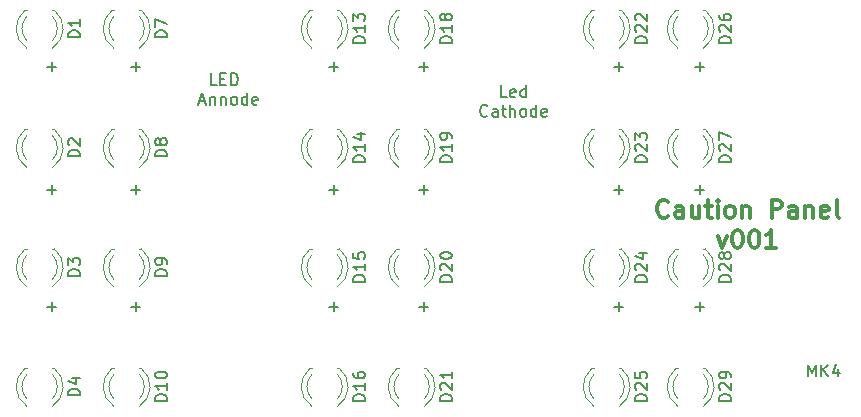
<source format=gbr>
G04 #@! TF.GenerationSoftware,KiCad,Pcbnew,(5.1.5-0-10_14)*
G04 #@! TF.CreationDate,2020-06-21T14:20:04+10:00*
G04 #@! TF.ProjectId,Caution_Light_Panel,43617574-696f-46e5-9f4c-696768745f50,rev?*
G04 #@! TF.SameCoordinates,Original*
G04 #@! TF.FileFunction,Legend,Top*
G04 #@! TF.FilePolarity,Positive*
%FSLAX46Y46*%
G04 Gerber Fmt 4.6, Leading zero omitted, Abs format (unit mm)*
G04 Created by KiCad (PCBNEW (5.1.5-0-10_14)) date 2020-06-21 14:20:04*
%MOMM*%
%LPD*%
G04 APERTURE LIST*
%ADD10C,0.150000*%
%ADD11C,0.300000*%
%ADD12C,0.120000*%
G04 APERTURE END LIST*
D10*
X159194571Y-80653380D02*
X158718380Y-80653380D01*
X158718380Y-79653380D01*
X159908857Y-80605761D02*
X159813619Y-80653380D01*
X159623142Y-80653380D01*
X159527904Y-80605761D01*
X159480285Y-80510523D01*
X159480285Y-80129571D01*
X159527904Y-80034333D01*
X159623142Y-79986714D01*
X159813619Y-79986714D01*
X159908857Y-80034333D01*
X159956476Y-80129571D01*
X159956476Y-80224809D01*
X159480285Y-80320047D01*
X160813619Y-80653380D02*
X160813619Y-79653380D01*
X160813619Y-80605761D02*
X160718380Y-80653380D01*
X160527904Y-80653380D01*
X160432666Y-80605761D01*
X160385047Y-80558142D01*
X160337428Y-80462904D01*
X160337428Y-80177190D01*
X160385047Y-80081952D01*
X160432666Y-80034333D01*
X160527904Y-79986714D01*
X160718380Y-79986714D01*
X160813619Y-80034333D01*
X157551714Y-82208142D02*
X157504095Y-82255761D01*
X157361238Y-82303380D01*
X157266000Y-82303380D01*
X157123142Y-82255761D01*
X157027904Y-82160523D01*
X156980285Y-82065285D01*
X156932666Y-81874809D01*
X156932666Y-81731952D01*
X156980285Y-81541476D01*
X157027904Y-81446238D01*
X157123142Y-81351000D01*
X157266000Y-81303380D01*
X157361238Y-81303380D01*
X157504095Y-81351000D01*
X157551714Y-81398619D01*
X158408857Y-82303380D02*
X158408857Y-81779571D01*
X158361238Y-81684333D01*
X158266000Y-81636714D01*
X158075523Y-81636714D01*
X157980285Y-81684333D01*
X158408857Y-82255761D02*
X158313619Y-82303380D01*
X158075523Y-82303380D01*
X157980285Y-82255761D01*
X157932666Y-82160523D01*
X157932666Y-82065285D01*
X157980285Y-81970047D01*
X158075523Y-81922428D01*
X158313619Y-81922428D01*
X158408857Y-81874809D01*
X158742190Y-81636714D02*
X159123142Y-81636714D01*
X158885047Y-81303380D02*
X158885047Y-82160523D01*
X158932666Y-82255761D01*
X159027904Y-82303380D01*
X159123142Y-82303380D01*
X159456476Y-82303380D02*
X159456476Y-81303380D01*
X159885047Y-82303380D02*
X159885047Y-81779571D01*
X159837428Y-81684333D01*
X159742190Y-81636714D01*
X159599333Y-81636714D01*
X159504095Y-81684333D01*
X159456476Y-81731952D01*
X160504095Y-82303380D02*
X160408857Y-82255761D01*
X160361238Y-82208142D01*
X160313619Y-82112904D01*
X160313619Y-81827190D01*
X160361238Y-81731952D01*
X160408857Y-81684333D01*
X160504095Y-81636714D01*
X160646952Y-81636714D01*
X160742190Y-81684333D01*
X160789809Y-81731952D01*
X160837428Y-81827190D01*
X160837428Y-82112904D01*
X160789809Y-82208142D01*
X160742190Y-82255761D01*
X160646952Y-82303380D01*
X160504095Y-82303380D01*
X161694571Y-82303380D02*
X161694571Y-81303380D01*
X161694571Y-82255761D02*
X161599333Y-82303380D01*
X161408857Y-82303380D01*
X161313619Y-82255761D01*
X161266000Y-82208142D01*
X161218380Y-82112904D01*
X161218380Y-81827190D01*
X161266000Y-81731952D01*
X161313619Y-81684333D01*
X161408857Y-81636714D01*
X161599333Y-81636714D01*
X161694571Y-81684333D01*
X162551714Y-82255761D02*
X162456476Y-82303380D01*
X162266000Y-82303380D01*
X162170761Y-82255761D01*
X162123142Y-82160523D01*
X162123142Y-81779571D01*
X162170761Y-81684333D01*
X162266000Y-81636714D01*
X162456476Y-81636714D01*
X162551714Y-81684333D01*
X162599333Y-81779571D01*
X162599333Y-81874809D01*
X162123142Y-81970047D01*
X134612190Y-79637380D02*
X134136000Y-79637380D01*
X134136000Y-78637380D01*
X134945523Y-79113571D02*
X135278857Y-79113571D01*
X135421714Y-79637380D02*
X134945523Y-79637380D01*
X134945523Y-78637380D01*
X135421714Y-78637380D01*
X135850285Y-79637380D02*
X135850285Y-78637380D01*
X136088380Y-78637380D01*
X136231238Y-78685000D01*
X136326476Y-78780238D01*
X136374095Y-78875476D01*
X136421714Y-79065952D01*
X136421714Y-79208809D01*
X136374095Y-79399285D01*
X136326476Y-79494523D01*
X136231238Y-79589761D01*
X136088380Y-79637380D01*
X135850285Y-79637380D01*
X133159809Y-81001666D02*
X133636000Y-81001666D01*
X133064571Y-81287380D02*
X133397904Y-80287380D01*
X133731238Y-81287380D01*
X134064571Y-80620714D02*
X134064571Y-81287380D01*
X134064571Y-80715952D02*
X134112190Y-80668333D01*
X134207428Y-80620714D01*
X134350285Y-80620714D01*
X134445523Y-80668333D01*
X134493142Y-80763571D01*
X134493142Y-81287380D01*
X134969333Y-80620714D02*
X134969333Y-81287380D01*
X134969333Y-80715952D02*
X135016952Y-80668333D01*
X135112190Y-80620714D01*
X135255047Y-80620714D01*
X135350285Y-80668333D01*
X135397904Y-80763571D01*
X135397904Y-81287380D01*
X136016952Y-81287380D02*
X135921714Y-81239761D01*
X135874095Y-81192142D01*
X135826476Y-81096904D01*
X135826476Y-80811190D01*
X135874095Y-80715952D01*
X135921714Y-80668333D01*
X136016952Y-80620714D01*
X136159809Y-80620714D01*
X136255047Y-80668333D01*
X136302666Y-80715952D01*
X136350285Y-80811190D01*
X136350285Y-81096904D01*
X136302666Y-81192142D01*
X136255047Y-81239761D01*
X136159809Y-81287380D01*
X136016952Y-81287380D01*
X137207428Y-81287380D02*
X137207428Y-80287380D01*
X137207428Y-81239761D02*
X137112190Y-81287380D01*
X136921714Y-81287380D01*
X136826476Y-81239761D01*
X136778857Y-81192142D01*
X136731238Y-81096904D01*
X136731238Y-80811190D01*
X136778857Y-80715952D01*
X136826476Y-80668333D01*
X136921714Y-80620714D01*
X137112190Y-80620714D01*
X137207428Y-80668333D01*
X138064571Y-81239761D02*
X137969333Y-81287380D01*
X137778857Y-81287380D01*
X137683619Y-81239761D01*
X137636000Y-81144523D01*
X137636000Y-80763571D01*
X137683619Y-80668333D01*
X137778857Y-80620714D01*
X137969333Y-80620714D01*
X138064571Y-80668333D01*
X138112190Y-80763571D01*
X138112190Y-80858809D01*
X137636000Y-80954047D01*
X175133047Y-88463428D02*
X175894952Y-88463428D01*
X175514000Y-88844380D02*
X175514000Y-88082476D01*
X175133047Y-78049428D02*
X175894952Y-78049428D01*
X175514000Y-78430380D02*
X175514000Y-77668476D01*
X175133047Y-98369428D02*
X175894952Y-98369428D01*
X175514000Y-98750380D02*
X175514000Y-97988476D01*
X168275047Y-78049428D02*
X169036952Y-78049428D01*
X168656000Y-78430380D02*
X168656000Y-77668476D01*
X168275047Y-88463428D02*
X169036952Y-88463428D01*
X168656000Y-88844380D02*
X168656000Y-88082476D01*
X168275047Y-98369428D02*
X169036952Y-98369428D01*
X168656000Y-98750380D02*
X168656000Y-97988476D01*
X151765047Y-88463428D02*
X152526952Y-88463428D01*
X152146000Y-88844380D02*
X152146000Y-88082476D01*
X151765047Y-78049428D02*
X152526952Y-78049428D01*
X152146000Y-78430380D02*
X152146000Y-77668476D01*
X151765047Y-98369428D02*
X152526952Y-98369428D01*
X152146000Y-98750380D02*
X152146000Y-97988476D01*
X144145047Y-78049428D02*
X144906952Y-78049428D01*
X144526000Y-78430380D02*
X144526000Y-77668476D01*
X144145047Y-88463428D02*
X144906952Y-88463428D01*
X144526000Y-88844380D02*
X144526000Y-88082476D01*
X144145047Y-98369428D02*
X144906952Y-98369428D01*
X144526000Y-98750380D02*
X144526000Y-97988476D01*
X127381047Y-98369428D02*
X128142952Y-98369428D01*
X127762000Y-98750380D02*
X127762000Y-97988476D01*
X127381047Y-88463428D02*
X128142952Y-88463428D01*
X127762000Y-88844380D02*
X127762000Y-88082476D01*
X127381047Y-78049428D02*
X128142952Y-78049428D01*
X127762000Y-78430380D02*
X127762000Y-77668476D01*
X120269047Y-98369428D02*
X121030952Y-98369428D01*
X120650000Y-98750380D02*
X120650000Y-97988476D01*
X120269047Y-88463428D02*
X121030952Y-88463428D01*
X120650000Y-88844380D02*
X120650000Y-88082476D01*
X120269047Y-78049428D02*
X121030952Y-78049428D01*
X120650000Y-78430380D02*
X120650000Y-77668476D01*
D11*
X172828000Y-90700714D02*
X172756571Y-90772142D01*
X172542285Y-90843571D01*
X172399428Y-90843571D01*
X172185142Y-90772142D01*
X172042285Y-90629285D01*
X171970857Y-90486428D01*
X171899428Y-90200714D01*
X171899428Y-89986428D01*
X171970857Y-89700714D01*
X172042285Y-89557857D01*
X172185142Y-89415000D01*
X172399428Y-89343571D01*
X172542285Y-89343571D01*
X172756571Y-89415000D01*
X172828000Y-89486428D01*
X174113714Y-90843571D02*
X174113714Y-90057857D01*
X174042285Y-89915000D01*
X173899428Y-89843571D01*
X173613714Y-89843571D01*
X173470857Y-89915000D01*
X174113714Y-90772142D02*
X173970857Y-90843571D01*
X173613714Y-90843571D01*
X173470857Y-90772142D01*
X173399428Y-90629285D01*
X173399428Y-90486428D01*
X173470857Y-90343571D01*
X173613714Y-90272142D01*
X173970857Y-90272142D01*
X174113714Y-90200714D01*
X175470857Y-89843571D02*
X175470857Y-90843571D01*
X174828000Y-89843571D02*
X174828000Y-90629285D01*
X174899428Y-90772142D01*
X175042285Y-90843571D01*
X175256571Y-90843571D01*
X175399428Y-90772142D01*
X175470857Y-90700714D01*
X175970857Y-89843571D02*
X176542285Y-89843571D01*
X176185142Y-89343571D02*
X176185142Y-90629285D01*
X176256571Y-90772142D01*
X176399428Y-90843571D01*
X176542285Y-90843571D01*
X177042285Y-90843571D02*
X177042285Y-89843571D01*
X177042285Y-89343571D02*
X176970857Y-89415000D01*
X177042285Y-89486428D01*
X177113714Y-89415000D01*
X177042285Y-89343571D01*
X177042285Y-89486428D01*
X177970857Y-90843571D02*
X177828000Y-90772142D01*
X177756571Y-90700714D01*
X177685142Y-90557857D01*
X177685142Y-90129285D01*
X177756571Y-89986428D01*
X177828000Y-89915000D01*
X177970857Y-89843571D01*
X178185142Y-89843571D01*
X178328000Y-89915000D01*
X178399428Y-89986428D01*
X178470857Y-90129285D01*
X178470857Y-90557857D01*
X178399428Y-90700714D01*
X178328000Y-90772142D01*
X178185142Y-90843571D01*
X177970857Y-90843571D01*
X179113714Y-89843571D02*
X179113714Y-90843571D01*
X179113714Y-89986428D02*
X179185142Y-89915000D01*
X179328000Y-89843571D01*
X179542285Y-89843571D01*
X179685142Y-89915000D01*
X179756571Y-90057857D01*
X179756571Y-90843571D01*
X181613714Y-90843571D02*
X181613714Y-89343571D01*
X182185142Y-89343571D01*
X182328000Y-89415000D01*
X182399428Y-89486428D01*
X182470857Y-89629285D01*
X182470857Y-89843571D01*
X182399428Y-89986428D01*
X182328000Y-90057857D01*
X182185142Y-90129285D01*
X181613714Y-90129285D01*
X183756571Y-90843571D02*
X183756571Y-90057857D01*
X183685142Y-89915000D01*
X183542285Y-89843571D01*
X183256571Y-89843571D01*
X183113714Y-89915000D01*
X183756571Y-90772142D02*
X183613714Y-90843571D01*
X183256571Y-90843571D01*
X183113714Y-90772142D01*
X183042285Y-90629285D01*
X183042285Y-90486428D01*
X183113714Y-90343571D01*
X183256571Y-90272142D01*
X183613714Y-90272142D01*
X183756571Y-90200714D01*
X184470857Y-89843571D02*
X184470857Y-90843571D01*
X184470857Y-89986428D02*
X184542285Y-89915000D01*
X184685142Y-89843571D01*
X184899428Y-89843571D01*
X185042285Y-89915000D01*
X185113714Y-90057857D01*
X185113714Y-90843571D01*
X186399428Y-90772142D02*
X186256571Y-90843571D01*
X185970857Y-90843571D01*
X185828000Y-90772142D01*
X185756571Y-90629285D01*
X185756571Y-90057857D01*
X185828000Y-89915000D01*
X185970857Y-89843571D01*
X186256571Y-89843571D01*
X186399428Y-89915000D01*
X186470857Y-90057857D01*
X186470857Y-90200714D01*
X185756571Y-90343571D01*
X187328000Y-90843571D02*
X187185142Y-90772142D01*
X187113714Y-90629285D01*
X187113714Y-89343571D01*
X177078000Y-92393571D02*
X177435142Y-93393571D01*
X177792285Y-92393571D01*
X178649428Y-91893571D02*
X178792285Y-91893571D01*
X178935142Y-91965000D01*
X179006571Y-92036428D01*
X179078000Y-92179285D01*
X179149428Y-92465000D01*
X179149428Y-92822142D01*
X179078000Y-93107857D01*
X179006571Y-93250714D01*
X178935142Y-93322142D01*
X178792285Y-93393571D01*
X178649428Y-93393571D01*
X178506571Y-93322142D01*
X178435142Y-93250714D01*
X178363714Y-93107857D01*
X178292285Y-92822142D01*
X178292285Y-92465000D01*
X178363714Y-92179285D01*
X178435142Y-92036428D01*
X178506571Y-91965000D01*
X178649428Y-91893571D01*
X180078000Y-91893571D02*
X180220857Y-91893571D01*
X180363714Y-91965000D01*
X180435142Y-92036428D01*
X180506571Y-92179285D01*
X180578000Y-92465000D01*
X180578000Y-92822142D01*
X180506571Y-93107857D01*
X180435142Y-93250714D01*
X180363714Y-93322142D01*
X180220857Y-93393571D01*
X180078000Y-93393571D01*
X179935142Y-93322142D01*
X179863714Y-93250714D01*
X179792285Y-93107857D01*
X179720857Y-92822142D01*
X179720857Y-92465000D01*
X179792285Y-92179285D01*
X179863714Y-92036428D01*
X179935142Y-91965000D01*
X180078000Y-91893571D01*
X182006571Y-93393571D02*
X181149428Y-93393571D01*
X181578000Y-93393571D02*
X181578000Y-91893571D01*
X181435142Y-92107857D01*
X181292285Y-92250714D01*
X181149428Y-92322142D01*
D12*
X173672000Y-103590000D02*
X173516000Y-103590000D01*
X175988000Y-103590000D02*
X175832000Y-103590000D01*
X173672163Y-106191130D02*
G75*
G02X173672000Y-104109039I1079837J1041130D01*
G01*
X175831837Y-106191130D02*
G75*
G03X175832000Y-104109039I-1079837J1041130D01*
G01*
X173673392Y-106822335D02*
G75*
G02X173516484Y-103590000I1078608J1672335D01*
G01*
X175830608Y-106822335D02*
G75*
G03X175987516Y-103590000I-1078608J1672335D01*
G01*
X173672000Y-93480400D02*
X173516000Y-93480400D01*
X175988000Y-93480400D02*
X175832000Y-93480400D01*
X173672163Y-96081530D02*
G75*
G02X173672000Y-93999439I1079837J1041130D01*
G01*
X175831837Y-96081530D02*
G75*
G03X175832000Y-93999439I-1079837J1041130D01*
G01*
X173673392Y-96712735D02*
G75*
G02X173516484Y-93480400I1078608J1672335D01*
G01*
X175830608Y-96712735D02*
G75*
G03X175987516Y-93480400I-1078608J1672335D01*
G01*
X173672000Y-83370400D02*
X173516000Y-83370400D01*
X175988000Y-83370400D02*
X175832000Y-83370400D01*
X173672163Y-85971530D02*
G75*
G02X173672000Y-83889439I1079837J1041130D01*
G01*
X175831837Y-85971530D02*
G75*
G03X175832000Y-83889439I-1079837J1041130D01*
G01*
X173673392Y-86602735D02*
G75*
G02X173516484Y-83370400I1078608J1672335D01*
G01*
X175830608Y-86602735D02*
G75*
G03X175987516Y-83370400I-1078608J1672335D01*
G01*
X173672000Y-73270400D02*
X173516000Y-73270400D01*
X175988000Y-73270400D02*
X175832000Y-73270400D01*
X173672163Y-75871530D02*
G75*
G02X173672000Y-73789439I1079837J1041130D01*
G01*
X175831837Y-75871530D02*
G75*
G03X175832000Y-73789439I-1079837J1041130D01*
G01*
X173673392Y-76502735D02*
G75*
G02X173516484Y-73270400I1078608J1672335D01*
G01*
X175830608Y-76502735D02*
G75*
G03X175987516Y-73270400I-1078608J1672335D01*
G01*
X166560000Y-103590000D02*
X166404000Y-103590000D01*
X168876000Y-103590000D02*
X168720000Y-103590000D01*
X166560163Y-106191130D02*
G75*
G02X166560000Y-104109039I1079837J1041130D01*
G01*
X168719837Y-106191130D02*
G75*
G03X168720000Y-104109039I-1079837J1041130D01*
G01*
X166561392Y-106822335D02*
G75*
G02X166404484Y-103590000I1078608J1672335D01*
G01*
X168718608Y-106822335D02*
G75*
G03X168875516Y-103590000I-1078608J1672335D01*
G01*
X166560000Y-93480400D02*
X166404000Y-93480400D01*
X168876000Y-93480400D02*
X168720000Y-93480400D01*
X166560163Y-96081530D02*
G75*
G02X166560000Y-93999439I1079837J1041130D01*
G01*
X168719837Y-96081530D02*
G75*
G03X168720000Y-93999439I-1079837J1041130D01*
G01*
X166561392Y-96712735D02*
G75*
G02X166404484Y-93480400I1078608J1672335D01*
G01*
X168718608Y-96712735D02*
G75*
G03X168875516Y-93480400I-1078608J1672335D01*
G01*
X166560000Y-83370400D02*
X166404000Y-83370400D01*
X168876000Y-83370400D02*
X168720000Y-83370400D01*
X166560163Y-85971530D02*
G75*
G02X166560000Y-83889439I1079837J1041130D01*
G01*
X168719837Y-85971530D02*
G75*
G03X168720000Y-83889439I-1079837J1041130D01*
G01*
X166561392Y-86602735D02*
G75*
G02X166404484Y-83370400I1078608J1672335D01*
G01*
X168718608Y-86602735D02*
G75*
G03X168875516Y-83370400I-1078608J1672335D01*
G01*
X166560000Y-73270400D02*
X166404000Y-73270400D01*
X168876000Y-73270400D02*
X168720000Y-73270400D01*
X166560163Y-75871530D02*
G75*
G02X166560000Y-73789439I1079837J1041130D01*
G01*
X168719837Y-75871530D02*
G75*
G03X168720000Y-73789439I-1079837J1041130D01*
G01*
X166561392Y-76502735D02*
G75*
G02X166404484Y-73270400I1078608J1672335D01*
G01*
X168718608Y-76502735D02*
G75*
G03X168875516Y-73270400I-1078608J1672335D01*
G01*
X150050000Y-103590000D02*
X149894000Y-103590000D01*
X152366000Y-103590000D02*
X152210000Y-103590000D01*
X150050163Y-106191130D02*
G75*
G02X150050000Y-104109039I1079837J1041130D01*
G01*
X152209837Y-106191130D02*
G75*
G03X152210000Y-104109039I-1079837J1041130D01*
G01*
X150051392Y-106822335D02*
G75*
G02X149894484Y-103590000I1078608J1672335D01*
G01*
X152208608Y-106822335D02*
G75*
G03X152365516Y-103590000I-1078608J1672335D01*
G01*
X150050000Y-93480400D02*
X149894000Y-93480400D01*
X152366000Y-93480400D02*
X152210000Y-93480400D01*
X150050163Y-96081530D02*
G75*
G02X150050000Y-93999439I1079837J1041130D01*
G01*
X152209837Y-96081530D02*
G75*
G03X152210000Y-93999439I-1079837J1041130D01*
G01*
X150051392Y-96712735D02*
G75*
G02X149894484Y-93480400I1078608J1672335D01*
G01*
X152208608Y-96712735D02*
G75*
G03X152365516Y-93480400I-1078608J1672335D01*
G01*
X150050000Y-83370400D02*
X149894000Y-83370400D01*
X152366000Y-83370400D02*
X152210000Y-83370400D01*
X150050163Y-85971530D02*
G75*
G02X150050000Y-83889439I1079837J1041130D01*
G01*
X152209837Y-85971530D02*
G75*
G03X152210000Y-83889439I-1079837J1041130D01*
G01*
X150051392Y-86602735D02*
G75*
G02X149894484Y-83370400I1078608J1672335D01*
G01*
X152208608Y-86602735D02*
G75*
G03X152365516Y-83370400I-1078608J1672335D01*
G01*
X150050000Y-73270400D02*
X149894000Y-73270400D01*
X152366000Y-73270400D02*
X152210000Y-73270400D01*
X150050163Y-75871530D02*
G75*
G02X150050000Y-73789439I1079837J1041130D01*
G01*
X152209837Y-75871530D02*
G75*
G03X152210000Y-73789439I-1079837J1041130D01*
G01*
X150051392Y-76502735D02*
G75*
G02X149894484Y-73270400I1078608J1672335D01*
G01*
X152208608Y-76502735D02*
G75*
G03X152365516Y-73270400I-1078608J1672335D01*
G01*
X142684000Y-103590000D02*
X142528000Y-103590000D01*
X145000000Y-103590000D02*
X144844000Y-103590000D01*
X142684163Y-106191130D02*
G75*
G02X142684000Y-104109039I1079837J1041130D01*
G01*
X144843837Y-106191130D02*
G75*
G03X144844000Y-104109039I-1079837J1041130D01*
G01*
X142685392Y-106822335D02*
G75*
G02X142528484Y-103590000I1078608J1672335D01*
G01*
X144842608Y-106822335D02*
G75*
G03X144999516Y-103590000I-1078608J1672335D01*
G01*
X142684000Y-93480400D02*
X142528000Y-93480400D01*
X145000000Y-93480400D02*
X144844000Y-93480400D01*
X142684163Y-96081530D02*
G75*
G02X142684000Y-93999439I1079837J1041130D01*
G01*
X144843837Y-96081530D02*
G75*
G03X144844000Y-93999439I-1079837J1041130D01*
G01*
X142685392Y-96712735D02*
G75*
G02X142528484Y-93480400I1078608J1672335D01*
G01*
X144842608Y-96712735D02*
G75*
G03X144999516Y-93480400I-1078608J1672335D01*
G01*
X142684000Y-83370400D02*
X142528000Y-83370400D01*
X145000000Y-83370400D02*
X144844000Y-83370400D01*
X142684163Y-85971530D02*
G75*
G02X142684000Y-83889439I1079837J1041130D01*
G01*
X144843837Y-85971530D02*
G75*
G03X144844000Y-83889439I-1079837J1041130D01*
G01*
X142685392Y-86602735D02*
G75*
G02X142528484Y-83370400I1078608J1672335D01*
G01*
X144842608Y-86602735D02*
G75*
G03X144999516Y-83370400I-1078608J1672335D01*
G01*
X142684000Y-73270400D02*
X142528000Y-73270400D01*
X145000000Y-73270400D02*
X144844000Y-73270400D01*
X142684163Y-75871530D02*
G75*
G02X142684000Y-73789439I1079837J1041130D01*
G01*
X144843837Y-75871530D02*
G75*
G03X144844000Y-73789439I-1079837J1041130D01*
G01*
X142685392Y-76502735D02*
G75*
G02X142528484Y-73270400I1078608J1672335D01*
G01*
X144842608Y-76502735D02*
G75*
G03X144999516Y-73270400I-1078608J1672335D01*
G01*
X125920000Y-103590000D02*
X125764000Y-103590000D01*
X128236000Y-103590000D02*
X128080000Y-103590000D01*
X125920163Y-106191130D02*
G75*
G02X125920000Y-104109039I1079837J1041130D01*
G01*
X128079837Y-106191130D02*
G75*
G03X128080000Y-104109039I-1079837J1041130D01*
G01*
X125921392Y-106822335D02*
G75*
G02X125764484Y-103590000I1078608J1672335D01*
G01*
X128078608Y-106822335D02*
G75*
G03X128235516Y-103590000I-1078608J1672335D01*
G01*
X125920000Y-93480400D02*
X125764000Y-93480400D01*
X128236000Y-93480400D02*
X128080000Y-93480400D01*
X125920163Y-96081530D02*
G75*
G02X125920000Y-93999439I1079837J1041130D01*
G01*
X128079837Y-96081530D02*
G75*
G03X128080000Y-93999439I-1079837J1041130D01*
G01*
X125921392Y-96712735D02*
G75*
G02X125764484Y-93480400I1078608J1672335D01*
G01*
X128078608Y-96712735D02*
G75*
G03X128235516Y-93480400I-1078608J1672335D01*
G01*
X125920000Y-83370400D02*
X125764000Y-83370400D01*
X128236000Y-83370400D02*
X128080000Y-83370400D01*
X125920163Y-85971530D02*
G75*
G02X125920000Y-83889439I1079837J1041130D01*
G01*
X128079837Y-85971530D02*
G75*
G03X128080000Y-83889439I-1079837J1041130D01*
G01*
X125921392Y-86602735D02*
G75*
G02X125764484Y-83370400I1078608J1672335D01*
G01*
X128078608Y-86602735D02*
G75*
G03X128235516Y-83370400I-1078608J1672335D01*
G01*
X125920000Y-73270400D02*
X125764000Y-73270400D01*
X128236000Y-73270400D02*
X128080000Y-73270400D01*
X125920163Y-75871530D02*
G75*
G02X125920000Y-73789439I1079837J1041130D01*
G01*
X128079837Y-75871530D02*
G75*
G03X128080000Y-73789439I-1079837J1041130D01*
G01*
X125921392Y-76502735D02*
G75*
G02X125764484Y-73270400I1078608J1672335D01*
G01*
X128078608Y-76502735D02*
G75*
G03X128235516Y-73270400I-1078608J1672335D01*
G01*
X118554000Y-103590000D02*
X118398000Y-103590000D01*
X120870000Y-103590000D02*
X120714000Y-103590000D01*
X118554163Y-106191130D02*
G75*
G02X118554000Y-104109039I1079837J1041130D01*
G01*
X120713837Y-106191130D02*
G75*
G03X120714000Y-104109039I-1079837J1041130D01*
G01*
X118555392Y-106822335D02*
G75*
G02X118398484Y-103590000I1078608J1672335D01*
G01*
X120712608Y-106822335D02*
G75*
G03X120869516Y-103590000I-1078608J1672335D01*
G01*
X118554000Y-93480400D02*
X118398000Y-93480400D01*
X120870000Y-93480400D02*
X120714000Y-93480400D01*
X118554163Y-96081530D02*
G75*
G02X118554000Y-93999439I1079837J1041130D01*
G01*
X120713837Y-96081530D02*
G75*
G03X120714000Y-93999439I-1079837J1041130D01*
G01*
X118555392Y-96712735D02*
G75*
G02X118398484Y-93480400I1078608J1672335D01*
G01*
X120712608Y-96712735D02*
G75*
G03X120869516Y-93480400I-1078608J1672335D01*
G01*
X118554000Y-83370400D02*
X118398000Y-83370400D01*
X120870000Y-83370400D02*
X120714000Y-83370400D01*
X118554163Y-85971530D02*
G75*
G02X118554000Y-83889439I1079837J1041130D01*
G01*
X120713837Y-85971530D02*
G75*
G03X120714000Y-83889439I-1079837J1041130D01*
G01*
X118555392Y-86602735D02*
G75*
G02X118398484Y-83370400I1078608J1672335D01*
G01*
X120712608Y-86602735D02*
G75*
G03X120869516Y-83370400I-1078608J1672335D01*
G01*
X118554000Y-73270400D02*
X118398000Y-73270400D01*
X120870000Y-73270400D02*
X120714000Y-73270400D01*
X118554163Y-75871530D02*
G75*
G02X118554000Y-73789439I1079837J1041130D01*
G01*
X120713837Y-75871530D02*
G75*
G03X120714000Y-73789439I-1079837J1041130D01*
G01*
X118555392Y-76502735D02*
G75*
G02X118398484Y-73270400I1078608J1672335D01*
G01*
X120712608Y-76502735D02*
G75*
G03X120869516Y-73270400I-1078608J1672335D01*
G01*
D10*
X178164380Y-106364285D02*
X177164380Y-106364285D01*
X177164380Y-106126190D01*
X177212000Y-105983333D01*
X177307238Y-105888095D01*
X177402476Y-105840476D01*
X177592952Y-105792857D01*
X177735809Y-105792857D01*
X177926285Y-105840476D01*
X178021523Y-105888095D01*
X178116761Y-105983333D01*
X178164380Y-106126190D01*
X178164380Y-106364285D01*
X177259619Y-105411904D02*
X177212000Y-105364285D01*
X177164380Y-105269047D01*
X177164380Y-105030952D01*
X177212000Y-104935714D01*
X177259619Y-104888095D01*
X177354857Y-104840476D01*
X177450095Y-104840476D01*
X177592952Y-104888095D01*
X178164380Y-105459523D01*
X178164380Y-104840476D01*
X178164380Y-104364285D02*
X178164380Y-104173809D01*
X178116761Y-104078571D01*
X178069142Y-104030952D01*
X177926285Y-103935714D01*
X177735809Y-103888095D01*
X177354857Y-103888095D01*
X177259619Y-103935714D01*
X177212000Y-103983333D01*
X177164380Y-104078571D01*
X177164380Y-104269047D01*
X177212000Y-104364285D01*
X177259619Y-104411904D01*
X177354857Y-104459523D01*
X177592952Y-104459523D01*
X177688190Y-104411904D01*
X177735809Y-104364285D01*
X177783428Y-104269047D01*
X177783428Y-104078571D01*
X177735809Y-103983333D01*
X177688190Y-103935714D01*
X177592952Y-103888095D01*
X178164380Y-96254685D02*
X177164380Y-96254685D01*
X177164380Y-96016590D01*
X177212000Y-95873733D01*
X177307238Y-95778495D01*
X177402476Y-95730876D01*
X177592952Y-95683257D01*
X177735809Y-95683257D01*
X177926285Y-95730876D01*
X178021523Y-95778495D01*
X178116761Y-95873733D01*
X178164380Y-96016590D01*
X178164380Y-96254685D01*
X177259619Y-95302304D02*
X177212000Y-95254685D01*
X177164380Y-95159447D01*
X177164380Y-94921352D01*
X177212000Y-94826114D01*
X177259619Y-94778495D01*
X177354857Y-94730876D01*
X177450095Y-94730876D01*
X177592952Y-94778495D01*
X178164380Y-95349923D01*
X178164380Y-94730876D01*
X177592952Y-94159447D02*
X177545333Y-94254685D01*
X177497714Y-94302304D01*
X177402476Y-94349923D01*
X177354857Y-94349923D01*
X177259619Y-94302304D01*
X177212000Y-94254685D01*
X177164380Y-94159447D01*
X177164380Y-93968971D01*
X177212000Y-93873733D01*
X177259619Y-93826114D01*
X177354857Y-93778495D01*
X177402476Y-93778495D01*
X177497714Y-93826114D01*
X177545333Y-93873733D01*
X177592952Y-93968971D01*
X177592952Y-94159447D01*
X177640571Y-94254685D01*
X177688190Y-94302304D01*
X177783428Y-94349923D01*
X177973904Y-94349923D01*
X178069142Y-94302304D01*
X178116761Y-94254685D01*
X178164380Y-94159447D01*
X178164380Y-93968971D01*
X178116761Y-93873733D01*
X178069142Y-93826114D01*
X177973904Y-93778495D01*
X177783428Y-93778495D01*
X177688190Y-93826114D01*
X177640571Y-93873733D01*
X177592952Y-93968971D01*
X178164380Y-86144685D02*
X177164380Y-86144685D01*
X177164380Y-85906590D01*
X177212000Y-85763733D01*
X177307238Y-85668495D01*
X177402476Y-85620876D01*
X177592952Y-85573257D01*
X177735809Y-85573257D01*
X177926285Y-85620876D01*
X178021523Y-85668495D01*
X178116761Y-85763733D01*
X178164380Y-85906590D01*
X178164380Y-86144685D01*
X177259619Y-85192304D02*
X177212000Y-85144685D01*
X177164380Y-85049447D01*
X177164380Y-84811352D01*
X177212000Y-84716114D01*
X177259619Y-84668495D01*
X177354857Y-84620876D01*
X177450095Y-84620876D01*
X177592952Y-84668495D01*
X178164380Y-85239923D01*
X178164380Y-84620876D01*
X177164380Y-84287542D02*
X177164380Y-83620876D01*
X178164380Y-84049447D01*
X178164380Y-76044685D02*
X177164380Y-76044685D01*
X177164380Y-75806590D01*
X177212000Y-75663733D01*
X177307238Y-75568495D01*
X177402476Y-75520876D01*
X177592952Y-75473257D01*
X177735809Y-75473257D01*
X177926285Y-75520876D01*
X178021523Y-75568495D01*
X178116761Y-75663733D01*
X178164380Y-75806590D01*
X178164380Y-76044685D01*
X177259619Y-75092304D02*
X177212000Y-75044685D01*
X177164380Y-74949447D01*
X177164380Y-74711352D01*
X177212000Y-74616114D01*
X177259619Y-74568495D01*
X177354857Y-74520876D01*
X177450095Y-74520876D01*
X177592952Y-74568495D01*
X178164380Y-75139923D01*
X178164380Y-74520876D01*
X177164380Y-73663733D02*
X177164380Y-73854209D01*
X177212000Y-73949447D01*
X177259619Y-73997066D01*
X177402476Y-74092304D01*
X177592952Y-74139923D01*
X177973904Y-74139923D01*
X178069142Y-74092304D01*
X178116761Y-74044685D01*
X178164380Y-73949447D01*
X178164380Y-73758971D01*
X178116761Y-73663733D01*
X178069142Y-73616114D01*
X177973904Y-73568495D01*
X177735809Y-73568495D01*
X177640571Y-73616114D01*
X177592952Y-73663733D01*
X177545333Y-73758971D01*
X177545333Y-73949447D01*
X177592952Y-74044685D01*
X177640571Y-74092304D01*
X177735809Y-74139923D01*
X171052380Y-106364285D02*
X170052380Y-106364285D01*
X170052380Y-106126190D01*
X170100000Y-105983333D01*
X170195238Y-105888095D01*
X170290476Y-105840476D01*
X170480952Y-105792857D01*
X170623809Y-105792857D01*
X170814285Y-105840476D01*
X170909523Y-105888095D01*
X171004761Y-105983333D01*
X171052380Y-106126190D01*
X171052380Y-106364285D01*
X170147619Y-105411904D02*
X170100000Y-105364285D01*
X170052380Y-105269047D01*
X170052380Y-105030952D01*
X170100000Y-104935714D01*
X170147619Y-104888095D01*
X170242857Y-104840476D01*
X170338095Y-104840476D01*
X170480952Y-104888095D01*
X171052380Y-105459523D01*
X171052380Y-104840476D01*
X170052380Y-103935714D02*
X170052380Y-104411904D01*
X170528571Y-104459523D01*
X170480952Y-104411904D01*
X170433333Y-104316666D01*
X170433333Y-104078571D01*
X170480952Y-103983333D01*
X170528571Y-103935714D01*
X170623809Y-103888095D01*
X170861904Y-103888095D01*
X170957142Y-103935714D01*
X171004761Y-103983333D01*
X171052380Y-104078571D01*
X171052380Y-104316666D01*
X171004761Y-104411904D01*
X170957142Y-104459523D01*
X171052380Y-96254685D02*
X170052380Y-96254685D01*
X170052380Y-96016590D01*
X170100000Y-95873733D01*
X170195238Y-95778495D01*
X170290476Y-95730876D01*
X170480952Y-95683257D01*
X170623809Y-95683257D01*
X170814285Y-95730876D01*
X170909523Y-95778495D01*
X171004761Y-95873733D01*
X171052380Y-96016590D01*
X171052380Y-96254685D01*
X170147619Y-95302304D02*
X170100000Y-95254685D01*
X170052380Y-95159447D01*
X170052380Y-94921352D01*
X170100000Y-94826114D01*
X170147619Y-94778495D01*
X170242857Y-94730876D01*
X170338095Y-94730876D01*
X170480952Y-94778495D01*
X171052380Y-95349923D01*
X171052380Y-94730876D01*
X170385714Y-93873733D02*
X171052380Y-93873733D01*
X170004761Y-94111828D02*
X170719047Y-94349923D01*
X170719047Y-93730876D01*
X171052380Y-86144685D02*
X170052380Y-86144685D01*
X170052380Y-85906590D01*
X170100000Y-85763733D01*
X170195238Y-85668495D01*
X170290476Y-85620876D01*
X170480952Y-85573257D01*
X170623809Y-85573257D01*
X170814285Y-85620876D01*
X170909523Y-85668495D01*
X171004761Y-85763733D01*
X171052380Y-85906590D01*
X171052380Y-86144685D01*
X170147619Y-85192304D02*
X170100000Y-85144685D01*
X170052380Y-85049447D01*
X170052380Y-84811352D01*
X170100000Y-84716114D01*
X170147619Y-84668495D01*
X170242857Y-84620876D01*
X170338095Y-84620876D01*
X170480952Y-84668495D01*
X171052380Y-85239923D01*
X171052380Y-84620876D01*
X170052380Y-84287542D02*
X170052380Y-83668495D01*
X170433333Y-84001828D01*
X170433333Y-83858971D01*
X170480952Y-83763733D01*
X170528571Y-83716114D01*
X170623809Y-83668495D01*
X170861904Y-83668495D01*
X170957142Y-83716114D01*
X171004761Y-83763733D01*
X171052380Y-83858971D01*
X171052380Y-84144685D01*
X171004761Y-84239923D01*
X170957142Y-84287542D01*
X171052380Y-76044685D02*
X170052380Y-76044685D01*
X170052380Y-75806590D01*
X170100000Y-75663733D01*
X170195238Y-75568495D01*
X170290476Y-75520876D01*
X170480952Y-75473257D01*
X170623809Y-75473257D01*
X170814285Y-75520876D01*
X170909523Y-75568495D01*
X171004761Y-75663733D01*
X171052380Y-75806590D01*
X171052380Y-76044685D01*
X170147619Y-75092304D02*
X170100000Y-75044685D01*
X170052380Y-74949447D01*
X170052380Y-74711352D01*
X170100000Y-74616114D01*
X170147619Y-74568495D01*
X170242857Y-74520876D01*
X170338095Y-74520876D01*
X170480952Y-74568495D01*
X171052380Y-75139923D01*
X171052380Y-74520876D01*
X170147619Y-74139923D02*
X170100000Y-74092304D01*
X170052380Y-73997066D01*
X170052380Y-73758971D01*
X170100000Y-73663733D01*
X170147619Y-73616114D01*
X170242857Y-73568495D01*
X170338095Y-73568495D01*
X170480952Y-73616114D01*
X171052380Y-74187542D01*
X171052380Y-73568495D01*
X154542380Y-106364285D02*
X153542380Y-106364285D01*
X153542380Y-106126190D01*
X153590000Y-105983333D01*
X153685238Y-105888095D01*
X153780476Y-105840476D01*
X153970952Y-105792857D01*
X154113809Y-105792857D01*
X154304285Y-105840476D01*
X154399523Y-105888095D01*
X154494761Y-105983333D01*
X154542380Y-106126190D01*
X154542380Y-106364285D01*
X153637619Y-105411904D02*
X153590000Y-105364285D01*
X153542380Y-105269047D01*
X153542380Y-105030952D01*
X153590000Y-104935714D01*
X153637619Y-104888095D01*
X153732857Y-104840476D01*
X153828095Y-104840476D01*
X153970952Y-104888095D01*
X154542380Y-105459523D01*
X154542380Y-104840476D01*
X154542380Y-103888095D02*
X154542380Y-104459523D01*
X154542380Y-104173809D02*
X153542380Y-104173809D01*
X153685238Y-104269047D01*
X153780476Y-104364285D01*
X153828095Y-104459523D01*
X154542380Y-96254685D02*
X153542380Y-96254685D01*
X153542380Y-96016590D01*
X153590000Y-95873733D01*
X153685238Y-95778495D01*
X153780476Y-95730876D01*
X153970952Y-95683257D01*
X154113809Y-95683257D01*
X154304285Y-95730876D01*
X154399523Y-95778495D01*
X154494761Y-95873733D01*
X154542380Y-96016590D01*
X154542380Y-96254685D01*
X153637619Y-95302304D02*
X153590000Y-95254685D01*
X153542380Y-95159447D01*
X153542380Y-94921352D01*
X153590000Y-94826114D01*
X153637619Y-94778495D01*
X153732857Y-94730876D01*
X153828095Y-94730876D01*
X153970952Y-94778495D01*
X154542380Y-95349923D01*
X154542380Y-94730876D01*
X153542380Y-94111828D02*
X153542380Y-94016590D01*
X153590000Y-93921352D01*
X153637619Y-93873733D01*
X153732857Y-93826114D01*
X153923333Y-93778495D01*
X154161428Y-93778495D01*
X154351904Y-93826114D01*
X154447142Y-93873733D01*
X154494761Y-93921352D01*
X154542380Y-94016590D01*
X154542380Y-94111828D01*
X154494761Y-94207066D01*
X154447142Y-94254685D01*
X154351904Y-94302304D01*
X154161428Y-94349923D01*
X153923333Y-94349923D01*
X153732857Y-94302304D01*
X153637619Y-94254685D01*
X153590000Y-94207066D01*
X153542380Y-94111828D01*
X154542380Y-86144685D02*
X153542380Y-86144685D01*
X153542380Y-85906590D01*
X153590000Y-85763733D01*
X153685238Y-85668495D01*
X153780476Y-85620876D01*
X153970952Y-85573257D01*
X154113809Y-85573257D01*
X154304285Y-85620876D01*
X154399523Y-85668495D01*
X154494761Y-85763733D01*
X154542380Y-85906590D01*
X154542380Y-86144685D01*
X154542380Y-84620876D02*
X154542380Y-85192304D01*
X154542380Y-84906590D02*
X153542380Y-84906590D01*
X153685238Y-85001828D01*
X153780476Y-85097066D01*
X153828095Y-85192304D01*
X154542380Y-84144685D02*
X154542380Y-83954209D01*
X154494761Y-83858971D01*
X154447142Y-83811352D01*
X154304285Y-83716114D01*
X154113809Y-83668495D01*
X153732857Y-83668495D01*
X153637619Y-83716114D01*
X153590000Y-83763733D01*
X153542380Y-83858971D01*
X153542380Y-84049447D01*
X153590000Y-84144685D01*
X153637619Y-84192304D01*
X153732857Y-84239923D01*
X153970952Y-84239923D01*
X154066190Y-84192304D01*
X154113809Y-84144685D01*
X154161428Y-84049447D01*
X154161428Y-83858971D01*
X154113809Y-83763733D01*
X154066190Y-83716114D01*
X153970952Y-83668495D01*
X154542380Y-76044685D02*
X153542380Y-76044685D01*
X153542380Y-75806590D01*
X153590000Y-75663733D01*
X153685238Y-75568495D01*
X153780476Y-75520876D01*
X153970952Y-75473257D01*
X154113809Y-75473257D01*
X154304285Y-75520876D01*
X154399523Y-75568495D01*
X154494761Y-75663733D01*
X154542380Y-75806590D01*
X154542380Y-76044685D01*
X154542380Y-74520876D02*
X154542380Y-75092304D01*
X154542380Y-74806590D02*
X153542380Y-74806590D01*
X153685238Y-74901828D01*
X153780476Y-74997066D01*
X153828095Y-75092304D01*
X153970952Y-73949447D02*
X153923333Y-74044685D01*
X153875714Y-74092304D01*
X153780476Y-74139923D01*
X153732857Y-74139923D01*
X153637619Y-74092304D01*
X153590000Y-74044685D01*
X153542380Y-73949447D01*
X153542380Y-73758971D01*
X153590000Y-73663733D01*
X153637619Y-73616114D01*
X153732857Y-73568495D01*
X153780476Y-73568495D01*
X153875714Y-73616114D01*
X153923333Y-73663733D01*
X153970952Y-73758971D01*
X153970952Y-73949447D01*
X154018571Y-74044685D01*
X154066190Y-74092304D01*
X154161428Y-74139923D01*
X154351904Y-74139923D01*
X154447142Y-74092304D01*
X154494761Y-74044685D01*
X154542380Y-73949447D01*
X154542380Y-73758971D01*
X154494761Y-73663733D01*
X154447142Y-73616114D01*
X154351904Y-73568495D01*
X154161428Y-73568495D01*
X154066190Y-73616114D01*
X154018571Y-73663733D01*
X153970952Y-73758971D01*
X147176380Y-106364285D02*
X146176380Y-106364285D01*
X146176380Y-106126190D01*
X146224000Y-105983333D01*
X146319238Y-105888095D01*
X146414476Y-105840476D01*
X146604952Y-105792857D01*
X146747809Y-105792857D01*
X146938285Y-105840476D01*
X147033523Y-105888095D01*
X147128761Y-105983333D01*
X147176380Y-106126190D01*
X147176380Y-106364285D01*
X147176380Y-104840476D02*
X147176380Y-105411904D01*
X147176380Y-105126190D02*
X146176380Y-105126190D01*
X146319238Y-105221428D01*
X146414476Y-105316666D01*
X146462095Y-105411904D01*
X146176380Y-103983333D02*
X146176380Y-104173809D01*
X146224000Y-104269047D01*
X146271619Y-104316666D01*
X146414476Y-104411904D01*
X146604952Y-104459523D01*
X146985904Y-104459523D01*
X147081142Y-104411904D01*
X147128761Y-104364285D01*
X147176380Y-104269047D01*
X147176380Y-104078571D01*
X147128761Y-103983333D01*
X147081142Y-103935714D01*
X146985904Y-103888095D01*
X146747809Y-103888095D01*
X146652571Y-103935714D01*
X146604952Y-103983333D01*
X146557333Y-104078571D01*
X146557333Y-104269047D01*
X146604952Y-104364285D01*
X146652571Y-104411904D01*
X146747809Y-104459523D01*
X147176380Y-96254685D02*
X146176380Y-96254685D01*
X146176380Y-96016590D01*
X146224000Y-95873733D01*
X146319238Y-95778495D01*
X146414476Y-95730876D01*
X146604952Y-95683257D01*
X146747809Y-95683257D01*
X146938285Y-95730876D01*
X147033523Y-95778495D01*
X147128761Y-95873733D01*
X147176380Y-96016590D01*
X147176380Y-96254685D01*
X147176380Y-94730876D02*
X147176380Y-95302304D01*
X147176380Y-95016590D02*
X146176380Y-95016590D01*
X146319238Y-95111828D01*
X146414476Y-95207066D01*
X146462095Y-95302304D01*
X146176380Y-93826114D02*
X146176380Y-94302304D01*
X146652571Y-94349923D01*
X146604952Y-94302304D01*
X146557333Y-94207066D01*
X146557333Y-93968971D01*
X146604952Y-93873733D01*
X146652571Y-93826114D01*
X146747809Y-93778495D01*
X146985904Y-93778495D01*
X147081142Y-93826114D01*
X147128761Y-93873733D01*
X147176380Y-93968971D01*
X147176380Y-94207066D01*
X147128761Y-94302304D01*
X147081142Y-94349923D01*
X147176380Y-86144685D02*
X146176380Y-86144685D01*
X146176380Y-85906590D01*
X146224000Y-85763733D01*
X146319238Y-85668495D01*
X146414476Y-85620876D01*
X146604952Y-85573257D01*
X146747809Y-85573257D01*
X146938285Y-85620876D01*
X147033523Y-85668495D01*
X147128761Y-85763733D01*
X147176380Y-85906590D01*
X147176380Y-86144685D01*
X147176380Y-84620876D02*
X147176380Y-85192304D01*
X147176380Y-84906590D02*
X146176380Y-84906590D01*
X146319238Y-85001828D01*
X146414476Y-85097066D01*
X146462095Y-85192304D01*
X146509714Y-83763733D02*
X147176380Y-83763733D01*
X146128761Y-84001828D02*
X146843047Y-84239923D01*
X146843047Y-83620876D01*
X147176380Y-76044685D02*
X146176380Y-76044685D01*
X146176380Y-75806590D01*
X146224000Y-75663733D01*
X146319238Y-75568495D01*
X146414476Y-75520876D01*
X146604952Y-75473257D01*
X146747809Y-75473257D01*
X146938285Y-75520876D01*
X147033523Y-75568495D01*
X147128761Y-75663733D01*
X147176380Y-75806590D01*
X147176380Y-76044685D01*
X147176380Y-74520876D02*
X147176380Y-75092304D01*
X147176380Y-74806590D02*
X146176380Y-74806590D01*
X146319238Y-74901828D01*
X146414476Y-74997066D01*
X146462095Y-75092304D01*
X146176380Y-74187542D02*
X146176380Y-73568495D01*
X146557333Y-73901828D01*
X146557333Y-73758971D01*
X146604952Y-73663733D01*
X146652571Y-73616114D01*
X146747809Y-73568495D01*
X146985904Y-73568495D01*
X147081142Y-73616114D01*
X147128761Y-73663733D01*
X147176380Y-73758971D01*
X147176380Y-74044685D01*
X147128761Y-74139923D01*
X147081142Y-74187542D01*
X130412380Y-106364285D02*
X129412380Y-106364285D01*
X129412380Y-106126190D01*
X129460000Y-105983333D01*
X129555238Y-105888095D01*
X129650476Y-105840476D01*
X129840952Y-105792857D01*
X129983809Y-105792857D01*
X130174285Y-105840476D01*
X130269523Y-105888095D01*
X130364761Y-105983333D01*
X130412380Y-106126190D01*
X130412380Y-106364285D01*
X130412380Y-104840476D02*
X130412380Y-105411904D01*
X130412380Y-105126190D02*
X129412380Y-105126190D01*
X129555238Y-105221428D01*
X129650476Y-105316666D01*
X129698095Y-105411904D01*
X129412380Y-104221428D02*
X129412380Y-104126190D01*
X129460000Y-104030952D01*
X129507619Y-103983333D01*
X129602857Y-103935714D01*
X129793333Y-103888095D01*
X130031428Y-103888095D01*
X130221904Y-103935714D01*
X130317142Y-103983333D01*
X130364761Y-104030952D01*
X130412380Y-104126190D01*
X130412380Y-104221428D01*
X130364761Y-104316666D01*
X130317142Y-104364285D01*
X130221904Y-104411904D01*
X130031428Y-104459523D01*
X129793333Y-104459523D01*
X129602857Y-104411904D01*
X129507619Y-104364285D01*
X129460000Y-104316666D01*
X129412380Y-104221428D01*
X130412380Y-95778495D02*
X129412380Y-95778495D01*
X129412380Y-95540400D01*
X129460000Y-95397542D01*
X129555238Y-95302304D01*
X129650476Y-95254685D01*
X129840952Y-95207066D01*
X129983809Y-95207066D01*
X130174285Y-95254685D01*
X130269523Y-95302304D01*
X130364761Y-95397542D01*
X130412380Y-95540400D01*
X130412380Y-95778495D01*
X130412380Y-94730876D02*
X130412380Y-94540400D01*
X130364761Y-94445161D01*
X130317142Y-94397542D01*
X130174285Y-94302304D01*
X129983809Y-94254685D01*
X129602857Y-94254685D01*
X129507619Y-94302304D01*
X129460000Y-94349923D01*
X129412380Y-94445161D01*
X129412380Y-94635638D01*
X129460000Y-94730876D01*
X129507619Y-94778495D01*
X129602857Y-94826114D01*
X129840952Y-94826114D01*
X129936190Y-94778495D01*
X129983809Y-94730876D01*
X130031428Y-94635638D01*
X130031428Y-94445161D01*
X129983809Y-94349923D01*
X129936190Y-94302304D01*
X129840952Y-94254685D01*
X130412380Y-85668495D02*
X129412380Y-85668495D01*
X129412380Y-85430400D01*
X129460000Y-85287542D01*
X129555238Y-85192304D01*
X129650476Y-85144685D01*
X129840952Y-85097066D01*
X129983809Y-85097066D01*
X130174285Y-85144685D01*
X130269523Y-85192304D01*
X130364761Y-85287542D01*
X130412380Y-85430400D01*
X130412380Y-85668495D01*
X129840952Y-84525638D02*
X129793333Y-84620876D01*
X129745714Y-84668495D01*
X129650476Y-84716114D01*
X129602857Y-84716114D01*
X129507619Y-84668495D01*
X129460000Y-84620876D01*
X129412380Y-84525638D01*
X129412380Y-84335161D01*
X129460000Y-84239923D01*
X129507619Y-84192304D01*
X129602857Y-84144685D01*
X129650476Y-84144685D01*
X129745714Y-84192304D01*
X129793333Y-84239923D01*
X129840952Y-84335161D01*
X129840952Y-84525638D01*
X129888571Y-84620876D01*
X129936190Y-84668495D01*
X130031428Y-84716114D01*
X130221904Y-84716114D01*
X130317142Y-84668495D01*
X130364761Y-84620876D01*
X130412380Y-84525638D01*
X130412380Y-84335161D01*
X130364761Y-84239923D01*
X130317142Y-84192304D01*
X130221904Y-84144685D01*
X130031428Y-84144685D01*
X129936190Y-84192304D01*
X129888571Y-84239923D01*
X129840952Y-84335161D01*
X130412380Y-75568495D02*
X129412380Y-75568495D01*
X129412380Y-75330400D01*
X129460000Y-75187542D01*
X129555238Y-75092304D01*
X129650476Y-75044685D01*
X129840952Y-74997066D01*
X129983809Y-74997066D01*
X130174285Y-75044685D01*
X130269523Y-75092304D01*
X130364761Y-75187542D01*
X130412380Y-75330400D01*
X130412380Y-75568495D01*
X129412380Y-74663733D02*
X129412380Y-73997066D01*
X130412380Y-74425638D01*
X123046380Y-105888095D02*
X122046380Y-105888095D01*
X122046380Y-105650000D01*
X122094000Y-105507142D01*
X122189238Y-105411904D01*
X122284476Y-105364285D01*
X122474952Y-105316666D01*
X122617809Y-105316666D01*
X122808285Y-105364285D01*
X122903523Y-105411904D01*
X122998761Y-105507142D01*
X123046380Y-105650000D01*
X123046380Y-105888095D01*
X122379714Y-104459523D02*
X123046380Y-104459523D01*
X121998761Y-104697619D02*
X122713047Y-104935714D01*
X122713047Y-104316666D01*
X123046380Y-95778495D02*
X122046380Y-95778495D01*
X122046380Y-95540400D01*
X122094000Y-95397542D01*
X122189238Y-95302304D01*
X122284476Y-95254685D01*
X122474952Y-95207066D01*
X122617809Y-95207066D01*
X122808285Y-95254685D01*
X122903523Y-95302304D01*
X122998761Y-95397542D01*
X123046380Y-95540400D01*
X123046380Y-95778495D01*
X122046380Y-94873733D02*
X122046380Y-94254685D01*
X122427333Y-94588019D01*
X122427333Y-94445161D01*
X122474952Y-94349923D01*
X122522571Y-94302304D01*
X122617809Y-94254685D01*
X122855904Y-94254685D01*
X122951142Y-94302304D01*
X122998761Y-94349923D01*
X123046380Y-94445161D01*
X123046380Y-94730876D01*
X122998761Y-94826114D01*
X122951142Y-94873733D01*
X123046380Y-85668495D02*
X122046380Y-85668495D01*
X122046380Y-85430400D01*
X122094000Y-85287542D01*
X122189238Y-85192304D01*
X122284476Y-85144685D01*
X122474952Y-85097066D01*
X122617809Y-85097066D01*
X122808285Y-85144685D01*
X122903523Y-85192304D01*
X122998761Y-85287542D01*
X123046380Y-85430400D01*
X123046380Y-85668495D01*
X122141619Y-84716114D02*
X122094000Y-84668495D01*
X122046380Y-84573257D01*
X122046380Y-84335161D01*
X122094000Y-84239923D01*
X122141619Y-84192304D01*
X122236857Y-84144685D01*
X122332095Y-84144685D01*
X122474952Y-84192304D01*
X123046380Y-84763733D01*
X123046380Y-84144685D01*
X123046380Y-75568495D02*
X122046380Y-75568495D01*
X122046380Y-75330400D01*
X122094000Y-75187542D01*
X122189238Y-75092304D01*
X122284476Y-75044685D01*
X122474952Y-74997066D01*
X122617809Y-74997066D01*
X122808285Y-75044685D01*
X122903523Y-75092304D01*
X122998761Y-75187542D01*
X123046380Y-75330400D01*
X123046380Y-75568495D01*
X123046380Y-74044685D02*
X123046380Y-74616114D01*
X123046380Y-74330400D02*
X122046380Y-74330400D01*
X122189238Y-74425638D01*
X122284476Y-74520876D01*
X122332095Y-74616114D01*
X184685476Y-104292380D02*
X184685476Y-103292380D01*
X185018809Y-104006666D01*
X185352142Y-103292380D01*
X185352142Y-104292380D01*
X185828333Y-104292380D02*
X185828333Y-103292380D01*
X186399761Y-104292380D02*
X185971190Y-103720952D01*
X186399761Y-103292380D02*
X185828333Y-103863809D01*
X187256904Y-103625714D02*
X187256904Y-104292380D01*
X187018809Y-103244761D02*
X186780714Y-103959047D01*
X187399761Y-103959047D01*
M02*

</source>
